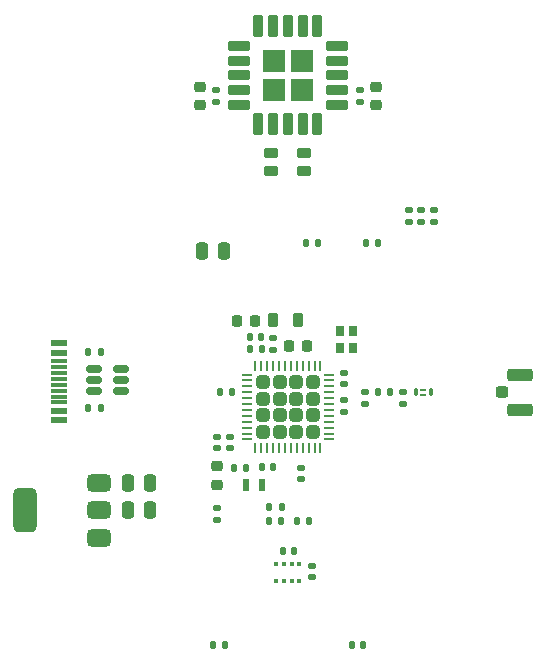
<source format=gbr>
%TF.GenerationSoftware,KiCad,Pcbnew,8.0.6*%
%TF.CreationDate,2025-02-19T14:25:46-08:00*%
%TF.ProjectId,Tempting,54656d70-7469-46e6-972e-6b696361645f,rev?*%
%TF.SameCoordinates,PX7ce2370PY7735940*%
%TF.FileFunction,Paste,Top*%
%TF.FilePolarity,Positive*%
%FSLAX46Y46*%
G04 Gerber Fmt 4.6, Leading zero omitted, Abs format (unit mm)*
G04 Created by KiCad (PCBNEW 8.0.6) date 2025-02-19 14:25:46*
%MOMM*%
%LPD*%
G01*
G04 APERTURE LIST*
G04 Aperture macros list*
%AMRoundRect*
0 Rectangle with rounded corners*
0 $1 Rounding radius*
0 $2 $3 $4 $5 $6 $7 $8 $9 X,Y pos of 4 corners*
0 Add a 4 corners polygon primitive as box body*
4,1,4,$2,$3,$4,$5,$6,$7,$8,$9,$2,$3,0*
0 Add four circle primitives for the rounded corners*
1,1,$1+$1,$2,$3*
1,1,$1+$1,$4,$5*
1,1,$1+$1,$6,$7*
1,1,$1+$1,$8,$9*
0 Add four rect primitives between the rounded corners*
20,1,$1+$1,$2,$3,$4,$5,0*
20,1,$1+$1,$4,$5,$6,$7,0*
20,1,$1+$1,$6,$7,$8,$9,0*
20,1,$1+$1,$8,$9,$2,$3,0*%
G04 Aperture macros list end*
%ADD10RoundRect,0.135000X0.135000X0.185000X-0.135000X0.185000X-0.135000X-0.185000X0.135000X-0.185000X0*%
%ADD11RoundRect,0.140000X-0.170000X0.140000X-0.170000X-0.140000X0.170000X-0.140000X0.170000X0.140000X0*%
%ADD12R,1.450000X0.600000*%
%ADD13R,1.450000X0.300000*%
%ADD14RoundRect,0.135000X0.185000X-0.135000X0.185000X0.135000X-0.185000X0.135000X-0.185000X-0.135000X0*%
%ADD15RoundRect,0.225000X-0.250000X0.225000X-0.250000X-0.225000X0.250000X-0.225000X0.250000X0.225000X0*%
%ADD16RoundRect,0.135000X-0.135000X-0.185000X0.135000X-0.185000X0.135000X0.185000X-0.135000X0.185000X0*%
%ADD17RoundRect,0.140000X0.140000X0.170000X-0.140000X0.170000X-0.140000X-0.170000X0.140000X-0.170000X0*%
%ADD18RoundRect,0.250000X-0.275000X-0.250000X0.275000X-0.250000X0.275000X0.250000X-0.275000X0.250000X0*%
%ADD19RoundRect,0.250000X-0.850000X-0.275000X0.850000X-0.275000X0.850000X0.275000X-0.850000X0.275000X0*%
%ADD20RoundRect,0.225000X0.225000X0.250000X-0.225000X0.250000X-0.225000X-0.250000X0.225000X-0.250000X0*%
%ADD21RoundRect,0.250001X0.714999X-0.714999X0.714999X0.714999X-0.714999X0.714999X-0.714999X-0.714999X0*%
%ADD22RoundRect,0.212500X0.212500X-0.737500X0.212500X0.737500X-0.212500X0.737500X-0.212500X-0.737500X0*%
%ADD23RoundRect,0.212500X0.737500X-0.212500X0.737500X0.212500X-0.737500X0.212500X-0.737500X-0.212500X0*%
%ADD24RoundRect,0.140000X0.170000X-0.140000X0.170000X0.140000X-0.170000X0.140000X-0.170000X-0.140000X0*%
%ADD25RoundRect,0.225000X-0.225000X-0.250000X0.225000X-0.250000X0.225000X0.250000X-0.225000X0.250000X0*%
%ADD26RoundRect,0.147500X0.147500X0.172500X-0.147500X0.172500X-0.147500X-0.172500X0.147500X-0.172500X0*%
%ADD27RoundRect,0.068750X-0.068750X-0.281250X0.068750X-0.281250X0.068750X0.281250X-0.068750X0.281250X0*%
%ADD28RoundRect,0.061250X0.163750X0.061250X-0.163750X0.061250X-0.163750X-0.061250X0.163750X-0.061250X0*%
%ADD29RoundRect,0.150000X-0.512500X-0.150000X0.512500X-0.150000X0.512500X0.150000X-0.512500X0.150000X0*%
%ADD30RoundRect,0.140000X-0.140000X-0.170000X0.140000X-0.170000X0.140000X0.170000X-0.140000X0.170000X0*%
%ADD31RoundRect,0.087500X-0.087500X0.087500X-0.087500X-0.087500X0.087500X-0.087500X0.087500X0.087500X0*%
%ADD32RoundRect,0.218750X0.218750X0.381250X-0.218750X0.381250X-0.218750X-0.381250X0.218750X-0.381250X0*%
%ADD33RoundRect,0.375000X0.625000X0.375000X-0.625000X0.375000X-0.625000X-0.375000X0.625000X-0.375000X0*%
%ADD34RoundRect,0.500000X0.500000X1.400000X-0.500000X1.400000X-0.500000X-1.400000X0.500000X-1.400000X0*%
%ADD35RoundRect,0.147500X-0.172500X0.147500X-0.172500X-0.147500X0.172500X-0.147500X0.172500X0.147500X0*%
%ADD36R,0.600000X1.100000*%
%ADD37R,0.800000X0.900000*%
%ADD38RoundRect,0.250000X-0.250000X-0.475000X0.250000X-0.475000X0.250000X0.475000X-0.250000X0.475000X0*%
%ADD39RoundRect,0.250000X0.315000X-0.315000X0.315000X0.315000X-0.315000X0.315000X-0.315000X-0.315000X0*%
%ADD40RoundRect,0.062500X0.062500X-0.375000X0.062500X0.375000X-0.062500X0.375000X-0.062500X-0.375000X0*%
%ADD41RoundRect,0.062500X0.375000X-0.062500X0.375000X0.062500X-0.375000X0.062500X-0.375000X-0.062500X0*%
%ADD42RoundRect,0.225000X0.375000X0.225000X-0.375000X0.225000X-0.375000X-0.225000X0.375000X-0.225000X0*%
G04 APERTURE END LIST*
D10*
%TO.C,R10*%
X10560000Y28660000D03*
X9540000Y28660000D03*
%TD*%
D11*
%TO.C,C5*%
X36137500Y30005000D03*
X36137500Y29045000D03*
%TD*%
D12*
%TO.C,J4*%
X7065000Y34140000D03*
X7065000Y33340000D03*
D13*
X7065000Y32140000D03*
X7065000Y31140000D03*
X7065000Y30640000D03*
X7065000Y29640000D03*
D12*
X7065000Y28440000D03*
X7065000Y27640000D03*
X7065000Y27640000D03*
X7065000Y28440000D03*
D13*
X7065000Y29140000D03*
X7065000Y30140000D03*
X7065000Y31640000D03*
X7065000Y32640000D03*
D12*
X7065000Y33340000D03*
X7065000Y34140000D03*
%TD*%
D14*
%TO.C,R4*%
X36650000Y44440000D03*
X36650000Y45460000D03*
%TD*%
D10*
%TO.C,R9*%
X10560000Y33450000D03*
X9540000Y33450000D03*
%TD*%
D15*
%TO.C,C2*%
X20450000Y23725000D03*
X20450000Y22175000D03*
%TD*%
D16*
%TO.C,R1*%
X24865000Y20250000D03*
X25885000Y20250000D03*
%TD*%
D17*
%TO.C,C13*%
X21650000Y30000000D03*
X20690000Y30000000D03*
%TD*%
D11*
%TO.C,C20*%
X20350000Y55560000D03*
X20350000Y54600000D03*
%TD*%
D18*
%TO.C,J1*%
X44525000Y30000000D03*
D19*
X46050000Y31475000D03*
X46050000Y28525000D03*
%TD*%
D11*
%TO.C,C24*%
X28450000Y15300000D03*
X28450000Y14340000D03*
%TD*%
D16*
%TO.C,R5*%
X33040000Y42600000D03*
X34060000Y42600000D03*
%TD*%
D20*
%TO.C,C22*%
X23625000Y36050000D03*
X22075000Y36050000D03*
%TD*%
D14*
%TO.C,R3*%
X37725000Y44440000D03*
X37725000Y45460000D03*
%TD*%
D21*
%TO.C,U2*%
X25230000Y55625000D03*
X27630000Y55625000D03*
X25230000Y58025000D03*
X27630000Y58025000D03*
D22*
X23930000Y52675000D03*
X25180000Y52675000D03*
X26430000Y52675000D03*
X27680000Y52675000D03*
X28930000Y52675000D03*
D23*
X30580000Y54325000D03*
X30580000Y55575000D03*
X30580000Y56825000D03*
X30580000Y58075000D03*
X30580000Y59325000D03*
D22*
X28930000Y60975000D03*
X27680000Y60975000D03*
X26430000Y60975000D03*
X25180000Y60975000D03*
X23930000Y60975000D03*
D23*
X22280000Y59325000D03*
X22280000Y58075000D03*
X22280000Y56825000D03*
X22280000Y55575000D03*
X22280000Y54325000D03*
%TD*%
D24*
%TO.C,C6*%
X20425000Y19220000D03*
X20425000Y20180000D03*
%TD*%
D25*
%TO.C,C9*%
X26525000Y33900000D03*
X28075000Y33900000D03*
%TD*%
D11*
%TO.C,C18*%
X31200000Y31630000D03*
X31200000Y30670000D03*
%TD*%
D26*
%TO.C,L1*%
X35037500Y30000000D03*
X34067500Y30000000D03*
%TD*%
D27*
%TO.C,FLT1*%
X37275000Y30000000D03*
D28*
X37887500Y30227500D03*
D27*
X38500000Y30000000D03*
D28*
X37887500Y29772500D03*
%TD*%
D24*
%TO.C,C19*%
X20450000Y25250000D03*
X20450000Y26210000D03*
%TD*%
D17*
%TO.C,C3*%
X24180000Y34650000D03*
X23220000Y34650000D03*
%TD*%
D11*
%TO.C,C10*%
X31200000Y29330000D03*
X31200000Y28370000D03*
%TD*%
D29*
%TO.C,U5*%
X10025000Y32000000D03*
X10025000Y31050000D03*
X10025000Y30100000D03*
X12300000Y30100000D03*
X12300000Y31050000D03*
X12300000Y32000000D03*
%TD*%
D17*
%TO.C,C11*%
X22855000Y23625000D03*
X21895000Y23625000D03*
%TD*%
D30*
%TO.C,C27*%
X31815000Y8575000D03*
X32775000Y8575000D03*
%TD*%
D14*
%TO.C,R2*%
X38775000Y44440000D03*
X38775000Y45460000D03*
%TD*%
D11*
%TO.C,C7*%
X27550000Y23580000D03*
X27550000Y22620000D03*
%TD*%
D31*
%TO.C,U4*%
X27405000Y14050000D03*
X26755000Y14050000D03*
X26105000Y14050000D03*
X25455000Y14050000D03*
X25455000Y15500000D03*
X26105000Y15500000D03*
X26755000Y15500000D03*
X27405000Y15500000D03*
%TD*%
D11*
%TO.C,C8*%
X32962500Y30000000D03*
X32962500Y29040000D03*
%TD*%
D32*
%TO.C,L2*%
X27312500Y36100000D03*
X25187500Y36100000D03*
%TD*%
D33*
%TO.C,U1*%
X10450000Y17700000D03*
X10450000Y20000000D03*
D34*
X4150000Y20000000D03*
D33*
X10450000Y22300000D03*
%TD*%
D35*
%TO.C,L3*%
X25200000Y34585000D03*
X25200000Y33615000D03*
%TD*%
D36*
%TO.C,X2*%
X22850000Y22125000D03*
X24250000Y22125000D03*
%TD*%
D37*
%TO.C,X1*%
X30800000Y35165000D03*
X30800000Y33765000D03*
X31900000Y33765000D03*
X31900000Y35165000D03*
%TD*%
D38*
%TO.C,C4*%
X12850000Y20000000D03*
X14750000Y20000000D03*
%TD*%
D15*
%TO.C,C14*%
X18950000Y55855000D03*
X18950000Y54305000D03*
%TD*%
D39*
%TO.C,U3*%
X24330000Y26650000D03*
X25730000Y26650000D03*
X27130000Y26650000D03*
X28530000Y26650000D03*
X24330000Y28050000D03*
X25730000Y28050000D03*
X27130000Y28050000D03*
X28530000Y28050000D03*
X24330000Y29450000D03*
X25730000Y29450000D03*
X27130000Y29450000D03*
X28530000Y29450000D03*
X24330000Y30850000D03*
X25730000Y30850000D03*
X27130000Y30850000D03*
X28530000Y30850000D03*
D40*
X23680000Y25312500D03*
X24180000Y25312500D03*
X24680000Y25312500D03*
X25180000Y25312500D03*
X25680000Y25312500D03*
X26180000Y25312500D03*
X26680000Y25312500D03*
X27180000Y25312500D03*
X27680000Y25312500D03*
X28180000Y25312500D03*
X28680000Y25312500D03*
X29180000Y25312500D03*
D41*
X29867500Y26000000D03*
X29867500Y26500000D03*
X29867500Y27000000D03*
X29867500Y27500000D03*
X29867500Y28000000D03*
X29867500Y28500000D03*
X29867500Y29000000D03*
X29867500Y29500000D03*
X29867500Y30000000D03*
X29867500Y30500000D03*
X29867500Y31000000D03*
X29867500Y31500000D03*
D40*
X29180000Y32187500D03*
X28680000Y32187500D03*
X28180000Y32187500D03*
X27680000Y32187500D03*
X27180000Y32187500D03*
X26680000Y32187500D03*
X26180000Y32187500D03*
X25680000Y32187500D03*
X25180000Y32187500D03*
X24680000Y32187500D03*
X24180000Y32187500D03*
X23680000Y32187500D03*
D41*
X22992500Y31500000D03*
X22992500Y31000000D03*
X22992500Y30500000D03*
X22992500Y30000000D03*
X22992500Y29500000D03*
X22992500Y29000000D03*
X22992500Y28500000D03*
X22992500Y28000000D03*
X22992500Y27500000D03*
X22992500Y27000000D03*
X22992500Y26500000D03*
X22992500Y26000000D03*
%TD*%
D10*
%TO.C,R6*%
X25860000Y19125000D03*
X24840000Y19125000D03*
%TD*%
D16*
%TO.C,R7*%
X27180000Y19125000D03*
X28200000Y19125000D03*
%TD*%
D11*
%TO.C,C17*%
X32500000Y55555000D03*
X32500000Y54595000D03*
%TD*%
D30*
%TO.C,C15*%
X24220000Y23635000D03*
X25180000Y23635000D03*
%TD*%
D17*
%TO.C,C21*%
X24200000Y33650000D03*
X23240000Y33650000D03*
%TD*%
D15*
%TO.C,C12*%
X33900000Y55850000D03*
X33900000Y54300000D03*
%TD*%
D38*
%TO.C,C1*%
X12850000Y22300000D03*
X14750000Y22300000D03*
%TD*%
D10*
%TO.C,R8*%
X28960000Y42600000D03*
X27940000Y42600000D03*
%TD*%
D17*
%TO.C,C26*%
X21080000Y8560000D03*
X20120000Y8560000D03*
%TD*%
D24*
%TO.C,C16*%
X21550000Y25250000D03*
X21550000Y26210000D03*
%TD*%
D42*
%TO.C,D1*%
X27830000Y48775000D03*
X25030000Y48775000D03*
X25030000Y50225000D03*
X27830000Y50225000D03*
%TD*%
D30*
%TO.C,C23*%
X25970000Y16550000D03*
X26930000Y16550000D03*
%TD*%
D38*
%TO.C,C25*%
X19150000Y42000000D03*
X21050000Y42000000D03*
%TD*%
M02*

</source>
